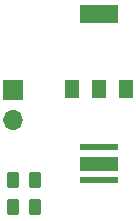
<source format=gts>
%TF.GenerationSoftware,KiCad,Pcbnew,7.0.5*%
%TF.CreationDate,2024-02-13T09:55:04+02:00*%
%TF.ProjectId,Lamp LED,4c616d70-204c-4454-942e-6b696361645f,V0*%
%TF.SameCoordinates,Original*%
%TF.FileFunction,Soldermask,Top*%
%TF.FilePolarity,Negative*%
%FSLAX46Y46*%
G04 Gerber Fmt 4.6, Leading zero omitted, Abs format (unit mm)*
G04 Created by KiCad (PCBNEW 7.0.5) date 2024-02-13 09:55:04*
%MOMM*%
%LPD*%
G01*
G04 APERTURE LIST*
G04 Aperture macros list*
%AMRoundRect*
0 Rectangle with rounded corners*
0 $1 Rounding radius*
0 $2 $3 $4 $5 $6 $7 $8 $9 X,Y pos of 4 corners*
0 Add a 4 corners polygon primitive as box body*
4,1,4,$2,$3,$4,$5,$6,$7,$8,$9,$2,$3,0*
0 Add four circle primitives for the rounded corners*
1,1,$1+$1,$2,$3*
1,1,$1+$1,$4,$5*
1,1,$1+$1,$6,$7*
1,1,$1+$1,$8,$9*
0 Add four rect primitives between the rounded corners*
20,1,$1+$1,$2,$3,$4,$5,0*
20,1,$1+$1,$4,$5,$6,$7,0*
20,1,$1+$1,$6,$7,$8,$9,0*
20,1,$1+$1,$8,$9,$2,$3,0*%
G04 Aperture macros list end*
%ADD10R,1.200000X1.500000*%
%ADD11R,3.300000X1.500000*%
%ADD12R,1.700000X1.700000*%
%ADD13O,1.700000X1.700000*%
%ADD14RoundRect,0.250000X0.262500X0.450000X-0.262500X0.450000X-0.262500X-0.450000X0.262500X-0.450000X0*%
%ADD15R,3.300000X0.500000*%
%ADD16R,3.300000X1.300000*%
G04 APERTURE END LIST*
D10*
%TO.C,IC1*%
X-2300000Y6325000D03*
X0Y6325000D03*
X2300000Y6325000D03*
D11*
X0Y12725000D03*
%TD*%
D12*
%TO.C,J_{VIN}1*%
X-7244523Y6239424D03*
D13*
X-7244523Y3699424D03*
%TD*%
D14*
%TO.C,R1*%
X-5437500Y-1407000D03*
X-7262500Y-1407000D03*
%TD*%
D15*
%TO.C,LED1*%
X0Y-1400000D03*
X0Y1400000D03*
D16*
X0Y0D03*
%TD*%
D14*
%TO.C,R2*%
X-5437500Y-3693000D03*
X-7262500Y-3693000D03*
%TD*%
M02*

</source>
